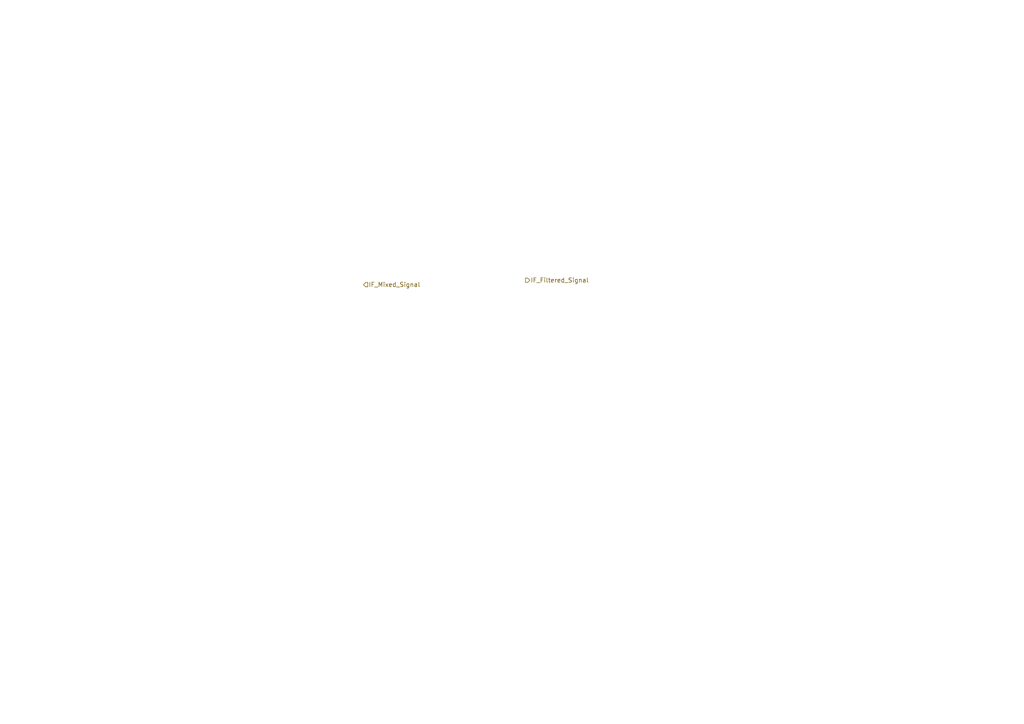
<source format=kicad_sch>
(kicad_sch
	(version 20250114)
	(generator "eeschema")
	(generator_version "9.0")
	(uuid "dbec3eff-ab39-40ab-80bf-69ec103d6615")
	(paper "A4")
	(lib_symbols)
	(hierarchical_label "IF_Mixed_Signal"
		(shape input)
		(at 105.41 82.55 0)
		(effects
			(font
				(size 1.27 1.27)
			)
			(justify left)
		)
		(uuid "51098fd4-e28f-44de-ba23-8966c9864ff8")
	)
	(hierarchical_label "IF_Filtered_Signal"
		(shape output)
		(at 152.4 81.28 0)
		(effects
			(font
				(size 1.27 1.27)
			)
			(justify left)
		)
		(uuid "e064d7d6-be68-4411-9e9b-74e90738b2b5")
	)
)

</source>
